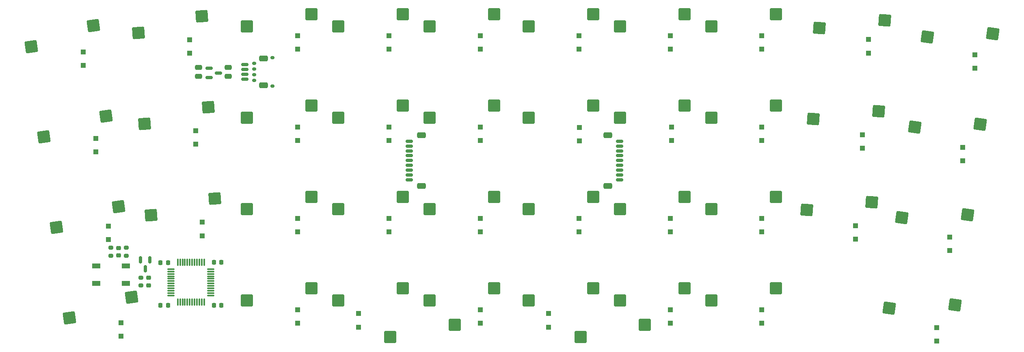
<source format=gbr>
%TF.GenerationSoftware,KiCad,Pcbnew,(7.0.0)*%
%TF.CreationDate,2023-08-19T14:18:26+02:00*%
%TF.ProjectId,tinyv pcb,74696e79-7620-4706-9362-2e6b69636164,rev?*%
%TF.SameCoordinates,Original*%
%TF.FileFunction,Paste,Bot*%
%TF.FilePolarity,Positive*%
%FSLAX46Y46*%
G04 Gerber Fmt 4.6, Leading zero omitted, Abs format (unit mm)*
G04 Created by KiCad (PCBNEW (7.0.0)) date 2023-08-19 14:18:26*
%MOMM*%
%LPD*%
G01*
G04 APERTURE LIST*
G04 Aperture macros list*
%AMRoundRect*
0 Rectangle with rounded corners*
0 $1 Rounding radius*
0 $2 $3 $4 $5 $6 $7 $8 $9 X,Y pos of 4 corners*
0 Add a 4 corners polygon primitive as box body*
4,1,4,$2,$3,$4,$5,$6,$7,$8,$9,$2,$3,0*
0 Add four circle primitives for the rounded corners*
1,1,$1+$1,$2,$3*
1,1,$1+$1,$4,$5*
1,1,$1+$1,$6,$7*
1,1,$1+$1,$8,$9*
0 Add four rect primitives between the rounded corners*
20,1,$1+$1,$2,$3,$4,$5,0*
20,1,$1+$1,$4,$5,$6,$7,0*
20,1,$1+$1,$6,$7,$8,$9,0*
20,1,$1+$1,$8,$9,$2,$3,0*%
G04 Aperture macros list end*
%ADD10RoundRect,0.250000X1.025000X1.000000X-1.025000X1.000000X-1.025000X-1.000000X1.025000X-1.000000X0*%
%ADD11RoundRect,0.250000X0.300000X-0.300000X0.300000X0.300000X-0.300000X0.300000X-0.300000X-0.300000X0*%
%ADD12RoundRect,0.250000X0.952747X1.069064X-1.092260X0.926064X-0.952747X-1.069064X1.092260X-0.926064X0*%
%ADD13RoundRect,0.150000X-0.625000X0.150000X-0.625000X-0.150000X0.625000X-0.150000X0.625000X0.150000X0*%
%ADD14RoundRect,0.250000X-0.650000X0.350000X-0.650000X-0.350000X0.650000X-0.350000X0.650000X0.350000X0*%
%ADD15R,1.800000X1.100000*%
%ADD16RoundRect,0.250000X1.154198X0.847616X-0.875852X1.132920X-1.154198X-0.847616X0.875852X-1.132920X0*%
%ADD17RoundRect,0.250000X0.875852X1.132920X-1.154198X0.847616X-0.875852X-1.132920X1.154198X-0.847616X0*%
%ADD18RoundRect,0.150000X-0.150000X0.587500X-0.150000X-0.587500X0.150000X-0.587500X0.150000X0.587500X0*%
%ADD19RoundRect,0.225000X-0.225000X-0.250000X0.225000X-0.250000X0.225000X0.250000X-0.225000X0.250000X0*%
%ADD20RoundRect,0.250000X-1.025000X-1.000000X1.025000X-1.000000X1.025000X1.000000X-1.025000X1.000000X0*%
%ADD21RoundRect,0.250000X1.092260X0.926064X-0.952747X1.069064X-1.092260X-0.926064X0.952747X-1.069064X0*%
%ADD22RoundRect,0.225000X0.250000X-0.225000X0.250000X0.225000X-0.250000X0.225000X-0.250000X-0.225000X0*%
%ADD23RoundRect,0.200000X0.275000X-0.200000X0.275000X0.200000X-0.275000X0.200000X-0.275000X-0.200000X0*%
%ADD24RoundRect,0.250000X0.475000X-0.250000X0.475000X0.250000X-0.475000X0.250000X-0.475000X-0.250000X0*%
%ADD25RoundRect,0.225000X0.225000X0.250000X-0.225000X0.250000X-0.225000X-0.250000X0.225000X-0.250000X0*%
%ADD26RoundRect,0.150000X-0.275000X0.150000X-0.275000X-0.150000X0.275000X-0.150000X0.275000X0.150000X0*%
%ADD27RoundRect,0.175000X-0.225000X0.175000X-0.225000X-0.175000X0.225000X-0.175000X0.225000X0.175000X0*%
%ADD28RoundRect,0.150000X-0.587500X-0.150000X0.587500X-0.150000X0.587500X0.150000X-0.587500X0.150000X0*%
%ADD29RoundRect,0.150000X0.625000X-0.150000X0.625000X0.150000X-0.625000X0.150000X-0.625000X-0.150000X0*%
%ADD30RoundRect,0.250000X0.650000X-0.350000X0.650000X0.350000X-0.650000X0.350000X-0.650000X-0.350000X0*%
%ADD31RoundRect,0.075000X0.075000X-0.662500X0.075000X0.662500X-0.075000X0.662500X-0.075000X-0.662500X0*%
%ADD32RoundRect,0.075000X0.662500X-0.075000X0.662500X0.075000X-0.662500X0.075000X-0.662500X-0.075000X0*%
G04 APERTURE END LIST*
D10*
%TO.C,MX4*%
X116465000Y-28416250D03*
X129915000Y-25876250D03*
%TD*%
D11*
%TO.C,D21*%
X68505464Y-72837500D03*
X68505464Y-70037500D03*
%TD*%
%TO.C,D34*%
X120650000Y-91093750D03*
X120650000Y-88293750D03*
%TD*%
D10*
%TO.C,MX23*%
X97415000Y-66516250D03*
X110865000Y-63976250D03*
%TD*%
D11*
%TO.C,D8*%
X204787500Y-33150000D03*
X204787500Y-30350000D03*
%TD*%
D12*
%TO.C,MX12*%
X76086150Y-48724082D03*
X89326205Y-45252045D03*
%TD*%
D13*
%TO.C,J6*%
X175156250Y-52356250D03*
X175156250Y-53356250D03*
X175156250Y-54356250D03*
X175156250Y-55356250D03*
X175156250Y-56356250D03*
X175156250Y-57356250D03*
X175156250Y-58356250D03*
X175156250Y-59356250D03*
X175156250Y-60356250D03*
D14*
X172631250Y-51056250D03*
X172631250Y-61656250D03*
%TD*%
D11*
%TO.C,D33*%
X107950000Y-90300000D03*
X107950000Y-87500000D03*
%TD*%
%TO.C,D23*%
X107950000Y-71250000D03*
X107950000Y-68450000D03*
%TD*%
D10*
%TO.C,MX34*%
X116465000Y-85566250D03*
X129915000Y-83026250D03*
%TD*%
D11*
%TO.C,D2*%
X85421634Y-33998148D03*
X85421634Y-31198148D03*
%TD*%
D10*
%TO.C,MX8*%
X194252500Y-28416250D03*
X207702500Y-25876250D03*
%TD*%
D15*
%TO.C,SW1*%
X72156249Y-78318749D03*
X65956249Y-78318749D03*
X72156249Y-82018749D03*
X65956249Y-82018749D03*
%TD*%
D16*
%TO.C,MX40*%
X231343315Y-87147260D03*
X245015920Y-86503857D03*
%TD*%
D11*
%TO.C,D28*%
X204787500Y-71250000D03*
X204787500Y-68450000D03*
%TD*%
D10*
%TO.C,MX15*%
X135515000Y-47466250D03*
X148965000Y-44926250D03*
%TD*%
%TO.C,MX27*%
X175202500Y-66516250D03*
X188652500Y-63976250D03*
%TD*%
D17*
%TO.C,MX1*%
X52402783Y-32602903D03*
X65368389Y-28215744D03*
%TD*%
D18*
%TO.C,Q1*%
X75250000Y-77035314D03*
X77150000Y-77035314D03*
X76200000Y-78910314D03*
%TD*%
D10*
%TO.C,MX17*%
X175202500Y-47466250D03*
X188652500Y-44926250D03*
%TD*%
%TO.C,MX14*%
X116465000Y-47466250D03*
X129915000Y-44926250D03*
%TD*%
D12*
%TO.C,MX22*%
X77436916Y-67742376D03*
X90676971Y-64270339D03*
%TD*%
D19*
%TO.C,C4*%
X90506250Y-86518750D03*
X92056250Y-86518750D03*
%TD*%
D10*
%TO.C,MX3*%
X97415000Y-28416250D03*
X110865000Y-25876250D03*
%TD*%
D11*
%TO.C,D10*%
X249237500Y-37118750D03*
X249237500Y-34318750D03*
%TD*%
%TO.C,D6*%
X166687500Y-33150000D03*
X166687500Y-30350000D03*
%TD*%
D10*
%TO.C,MX28*%
X194252500Y-66516250D03*
X207702500Y-63976250D03*
%TD*%
D11*
%TO.C,D20*%
X246617400Y-56391910D03*
X246617400Y-53591910D03*
%TD*%
%TO.C,D1*%
X63235561Y-36559733D03*
X63235561Y-33759733D03*
%TD*%
D20*
%TO.C,MX39*%
X180397500Y-90646250D03*
X166947500Y-93186250D03*
%TD*%
D11*
%TO.C,D30*%
X243980283Y-75125302D03*
X243980283Y-72325302D03*
%TD*%
%TO.C,D12*%
X86706202Y-52918434D03*
X86706202Y-50118434D03*
%TD*%
%TO.C,D4*%
X127000000Y-33150000D03*
X127000000Y-30350000D03*
%TD*%
D16*
%TO.C,MX30*%
X233982547Y-68284156D03*
X247655152Y-67640753D03*
%TD*%
D11*
%TO.C,D22*%
X88106250Y-72043750D03*
X88106250Y-69243750D03*
%TD*%
%TO.C,D16*%
X166713163Y-52276990D03*
X166713163Y-49476990D03*
%TD*%
%TO.C,D37*%
X185737500Y-90300000D03*
X185737500Y-87500000D03*
%TD*%
D21*
%TO.C,MX29*%
X214136727Y-66690642D03*
X227731145Y-65095054D03*
%TD*%
D22*
%TO.C,C8*%
X76914812Y-82369880D03*
X76914812Y-80819880D03*
%TD*%
D11*
%TO.C,D38*%
X204787500Y-90300000D03*
X204787500Y-87500000D03*
%TD*%
D13*
%TO.C,J1*%
X96960197Y-36387500D03*
X96960197Y-37387500D03*
X96960197Y-38387500D03*
X96960197Y-39387500D03*
D14*
X100835197Y-35087500D03*
X100835197Y-40687500D03*
%TD*%
D10*
%TO.C,MX35*%
X135515000Y-85566250D03*
X148965000Y-83026250D03*
%TD*%
D11*
%TO.C,D17*%
X185991623Y-52200000D03*
X185991623Y-49400000D03*
%TD*%
D16*
%TO.C,MX20*%
X236646699Y-49421051D03*
X250319304Y-48777648D03*
%TD*%
D10*
%TO.C,MX24*%
X116465000Y-66516250D03*
X129915000Y-63976250D03*
%TD*%
%TO.C,MX26*%
X156152500Y-66516250D03*
X169602500Y-63976250D03*
%TD*%
D23*
%TO.C,R1*%
X75327312Y-82419880D03*
X75327312Y-80769880D03*
%TD*%
D24*
%TO.C,C2*%
X87312500Y-38843750D03*
X87312500Y-36943750D03*
%TD*%
D11*
%TO.C,D27*%
X185737500Y-71250000D03*
X185737500Y-68450000D03*
%TD*%
%TO.C,D19*%
X225736492Y-53787499D03*
X225736492Y-50987499D03*
%TD*%
D25*
%TO.C,C3*%
X80943750Y-77658750D03*
X79393750Y-77658750D03*
%TD*%
D11*
%TO.C,D40*%
X241271408Y-93997194D03*
X241271408Y-91197194D03*
%TD*%
D10*
%TO.C,MX5*%
X135515000Y-28416250D03*
X148965000Y-25876250D03*
%TD*%
%TO.C,MX37*%
X175202500Y-85566250D03*
X188652500Y-83026250D03*
%TD*%
D11*
%TO.C,D3*%
X107950000Y-33150000D03*
X107950000Y-30350000D03*
%TD*%
D10*
%TO.C,MX7*%
X175202500Y-28416250D03*
X188652500Y-25876250D03*
%TD*%
D11*
%TO.C,D24*%
X127000000Y-71250000D03*
X127000000Y-68450000D03*
%TD*%
%TO.C,D29*%
X224322872Y-72762184D03*
X224322872Y-69962184D03*
%TD*%
%TO.C,D15*%
X146050000Y-52200000D03*
X146050000Y-49400000D03*
%TD*%
D26*
%TO.C,J2*%
X98931250Y-36087500D03*
X98931250Y-37287500D03*
X98931250Y-38487500D03*
X98931250Y-39687500D03*
D27*
X102706250Y-34937500D03*
X102706250Y-40837500D03*
%TD*%
D19*
%TO.C,C6*%
X90524091Y-77609086D03*
X92074091Y-77609086D03*
%TD*%
D23*
%TO.C,R2*%
X69056250Y-76212500D03*
X69056250Y-74562500D03*
%TD*%
D28*
%TO.C,U2*%
X89550000Y-39050000D03*
X89550000Y-37150000D03*
X91425000Y-38100000D03*
%TD*%
D23*
%TO.C,R3*%
X72231250Y-76212500D03*
X72231250Y-74562500D03*
%TD*%
D12*
%TO.C,MX2*%
X74750403Y-29729594D03*
X87990458Y-26257557D03*
%TD*%
D11*
%TO.C,D36*%
X160337500Y-91093750D03*
X160337500Y-88293750D03*
%TD*%
D29*
%TO.C,J5*%
X131231250Y-60356250D03*
X131231250Y-59356250D03*
X131231250Y-58356250D03*
X131231250Y-57356250D03*
X131231250Y-56356250D03*
X131231250Y-55356250D03*
X131231250Y-54356250D03*
X131231250Y-53356250D03*
X131231250Y-52356250D03*
D30*
X133756250Y-61656250D03*
X133756250Y-51056250D03*
%TD*%
D17*
%TO.C,MX21*%
X57697379Y-70340127D03*
X70662985Y-65952968D03*
%TD*%
D11*
%TO.C,D7*%
X185737500Y-33150000D03*
X185737500Y-30350000D03*
%TD*%
%TO.C,D5*%
X146050000Y-33150000D03*
X146050000Y-30350000D03*
%TD*%
D31*
%TO.C,U1*%
X88475000Y-85918750D03*
X87975000Y-85918750D03*
X87475000Y-85918750D03*
X86975000Y-85918750D03*
X86475000Y-85918750D03*
X85975000Y-85918750D03*
X85475000Y-85918750D03*
X84975000Y-85918750D03*
X84475000Y-85918750D03*
X83975000Y-85918750D03*
X83475000Y-85918750D03*
X82975000Y-85918750D03*
D32*
X81562500Y-84506250D03*
X81562500Y-84006250D03*
X81562500Y-83506250D03*
X81562500Y-83006250D03*
X81562500Y-82506250D03*
X81562500Y-82006250D03*
X81562500Y-81506250D03*
X81562500Y-81006250D03*
X81562500Y-80506250D03*
X81562500Y-80006250D03*
X81562500Y-79506250D03*
X81562500Y-79006250D03*
D31*
X82975000Y-77593750D03*
X83475000Y-77593750D03*
X83975000Y-77593750D03*
X84475000Y-77593750D03*
X84975000Y-77593750D03*
X85475000Y-77593750D03*
X85975000Y-77593750D03*
X86475000Y-77593750D03*
X86975000Y-77593750D03*
X87475000Y-77593750D03*
X87975000Y-77593750D03*
X88475000Y-77593750D03*
D32*
X89887500Y-79006250D03*
X89887500Y-79506250D03*
X89887500Y-80006250D03*
X89887500Y-80506250D03*
X89887500Y-81006250D03*
X89887500Y-81506250D03*
X89887500Y-82006250D03*
X89887500Y-82506250D03*
X89887500Y-83006250D03*
X89887500Y-83506250D03*
X89887500Y-84006250D03*
X89887500Y-84506250D03*
%TD*%
D10*
%TO.C,MX33*%
X97415000Y-85566250D03*
X110865000Y-83026250D03*
%TD*%
D11*
%TO.C,D25*%
X146050000Y-71250000D03*
X146050000Y-68450000D03*
%TD*%
D10*
%TO.C,MX38*%
X194252500Y-85566250D03*
X207702500Y-83026250D03*
%TD*%
D16*
%TO.C,MX10*%
X239280828Y-30563306D03*
X252953433Y-29919903D03*
%TD*%
D11*
%TO.C,D14*%
X127000000Y-52200000D03*
X127000000Y-49400000D03*
%TD*%
D10*
%TO.C,MX18*%
X194252500Y-47466250D03*
X207702500Y-44926250D03*
%TD*%
D11*
%TO.C,D9*%
X227012500Y-33943750D03*
X227012500Y-31143750D03*
%TD*%
D20*
%TO.C,MX32*%
X140710000Y-90646250D03*
X127260000Y-93186250D03*
%TD*%
D17*
%TO.C,MX31*%
X60368874Y-89210906D03*
X73334480Y-84823747D03*
%TD*%
D11*
%TO.C,D35*%
X146050000Y-90300000D03*
X146050000Y-87500000D03*
%TD*%
%TO.C,D31*%
X71138466Y-92960479D03*
X71138466Y-90160479D03*
%TD*%
D10*
%TO.C,MX36*%
X156152500Y-85566250D03*
X169602500Y-83026250D03*
%TD*%
D17*
%TO.C,MX11*%
X55076836Y-51457220D03*
X68042442Y-47070061D03*
%TD*%
D10*
%TO.C,MX16*%
X156152500Y-47466250D03*
X169602500Y-44926250D03*
%TD*%
D22*
%TO.C,C7*%
X70643750Y-76162500D03*
X70643750Y-74612500D03*
%TD*%
D11*
%TO.C,D11*%
X65881250Y-54581250D03*
X65881250Y-51781250D03*
%TD*%
D10*
%TO.C,MX25*%
X135515000Y-66516250D03*
X148965000Y-63976250D03*
%TD*%
D21*
%TO.C,MX9*%
X216772287Y-28715239D03*
X230366705Y-27119651D03*
%TD*%
D11*
%TO.C,D18*%
X204787500Y-52200000D03*
X204787500Y-49400000D03*
%TD*%
%TO.C,D13*%
X107950000Y-52200000D03*
X107950000Y-49400000D03*
%TD*%
%TO.C,D26*%
X166687500Y-71250000D03*
X166687500Y-68450000D03*
%TD*%
D25*
%TO.C,C5*%
X80925000Y-86518750D03*
X79375000Y-86518750D03*
%TD*%
D21*
%TO.C,MX19*%
X215496280Y-47719072D03*
X229090698Y-46123484D03*
%TD*%
D10*
%TO.C,MX13*%
X97415000Y-47466250D03*
X110865000Y-44926250D03*
%TD*%
D24*
%TO.C,C1*%
X93518750Y-38843750D03*
X93518750Y-36943750D03*
%TD*%
D10*
%TO.C,MX6*%
X156152500Y-28416250D03*
X169602500Y-25876250D03*
%TD*%
M02*

</source>
